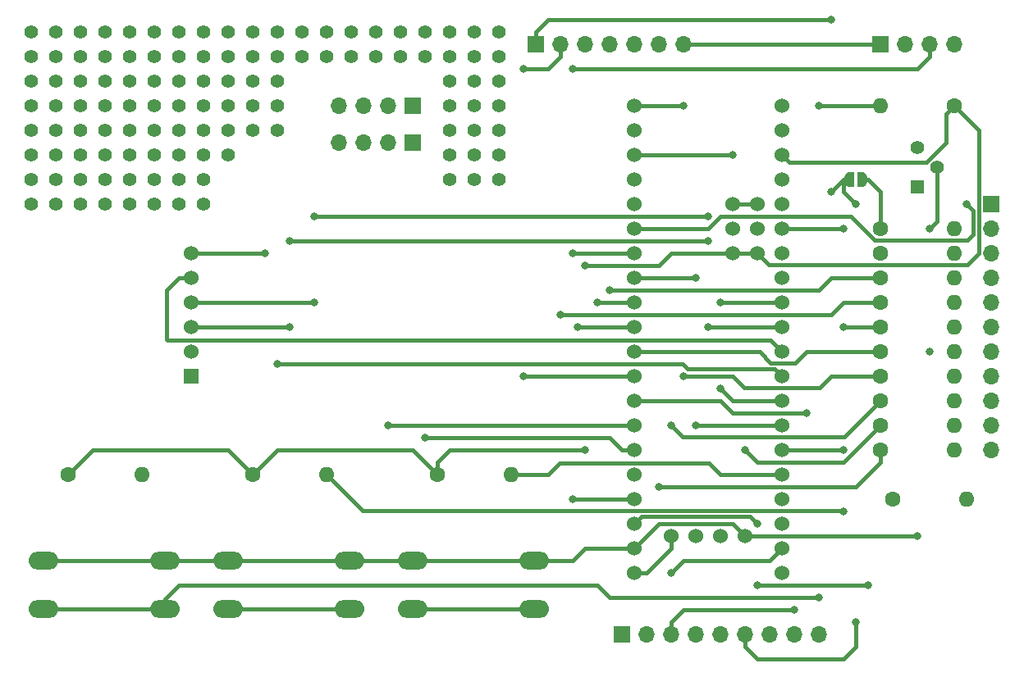
<source format=gbr>
%TF.GenerationSoftware,KiCad,Pcbnew,5.1.6-c6e7f7d~86~ubuntu16.04.1*%
%TF.CreationDate,2020-07-12T04:11:33+01:00*%
%TF.ProjectId,bluepill-pb1,626c7565-7069-46c6-9c2d-7062312e6b69,rev?*%
%TF.SameCoordinates,Original*%
%TF.FileFunction,Copper,L1,Top*%
%TF.FilePolarity,Positive*%
%FSLAX46Y46*%
G04 Gerber Fmt 4.6, Leading zero omitted, Abs format (unit mm)*
G04 Created by KiCad (PCBNEW 5.1.6-c6e7f7d~86~ubuntu16.04.1) date 2020-07-12 04:11:33*
%MOMM*%
%LPD*%
G01*
G04 APERTURE LIST*
%TA.AperFunction,ComponentPad*%
%ADD10O,1.600000X1.600000*%
%TD*%
%TA.AperFunction,ComponentPad*%
%ADD11C,1.600000*%
%TD*%
%TA.AperFunction,ComponentPad*%
%ADD12C,1.524000*%
%TD*%
%TA.AperFunction,ComponentPad*%
%ADD13O,3.048000X1.850000*%
%TD*%
%TA.AperFunction,ComponentPad*%
%ADD14O,1.700000X1.700000*%
%TD*%
%TA.AperFunction,ComponentPad*%
%ADD15R,1.700000X1.700000*%
%TD*%
%TA.AperFunction,ComponentPad*%
%ADD16C,1.397000*%
%TD*%
%TA.AperFunction,ComponentPad*%
%ADD17R,1.397000X1.397000*%
%TD*%
%TA.AperFunction,SMDPad,CuDef*%
%ADD18C,0.100000*%
%TD*%
%TA.AperFunction,ComponentPad*%
%ADD19R,1.524000X1.524000*%
%TD*%
%TA.AperFunction,ViaPad*%
%ADD20C,1.400000*%
%TD*%
%TA.AperFunction,ViaPad*%
%ADD21C,0.800000*%
%TD*%
%TA.AperFunction,Conductor*%
%ADD22C,0.400000*%
%TD*%
G04 APERTURE END LIST*
D10*
%TO.P,R15,2*%
%TO.N,Net-(Q1-Pad2)*%
X175260000Y-106680000D03*
D11*
%TO.P,R15,1*%
%TO.N,Net-(R15-Pad1)*%
X167640000Y-106680000D03*
%TD*%
D12*
%TO.P,U1,5V*%
%TO.N,Net-(J6-Pad1)*%
X140970000Y-109220000D03*
%TO.P,U1,3V3*%
%TO.N,+3V3*%
X151130000Y-81280000D03*
%TO.P,U1,PB2*%
%TO.N,N/C*%
X151130000Y-78740000D03*
%TO.P,U1,G*%
%TO.N,GND*%
X151130000Y-76200000D03*
%TO.P,U1,3V3*%
%TO.N,+3V3*%
X153670000Y-81280000D03*
%TO.P,U1,BOOT*%
%TO.N,N/C*%
X153670000Y-78740000D03*
%TO.P,U1,G*%
%TO.N,GND*%
X153670000Y-76200000D03*
X152400000Y-110490000D03*
%TO.P,U1,PA14*%
%TO.N,N/C*%
X149860000Y-110490000D03*
%TO.P,U1,PA13*%
X147320000Y-110490000D03*
%TO.P,U1,3V3*%
%TO.N,+3V3*%
X144780000Y-110490000D03*
%TO.P,U1,G*%
%TO.N,GND*%
X156210000Y-66040000D03*
X156210000Y-68580000D03*
%TO.P,U1,3V3*%
%TO.N,+3V3*%
X156210000Y-71120000D03*
%TO.P,U1,NRST*%
%TO.N,N/C*%
X156210000Y-73660000D03*
%TO.P,U1,PB11*%
%TO.N,Net-(Q1-Pad1)*%
X156210000Y-76200000D03*
%TO.P,U1,PB10*%
%TO.N,Net-(R8-Pad1)*%
X156210000Y-78740000D03*
%TO.P,U1,PB1*%
%TO.N,Net-(J5-Pad7)*%
X156210000Y-81280000D03*
%TO.P,U1,PB0*%
%TO.N,Net-(J5-Pad6)*%
X156210000Y-83820000D03*
%TO.P,U1,PA7*%
%TO.N,Net-(A1-Pad4)*%
X156210000Y-86360000D03*
%TO.P,U1,PA6*%
%TO.N,Net-(A1-Pad3)*%
X156210000Y-88900000D03*
%TO.P,U1,PA5*%
%TO.N,Net-(A1-Pad5)*%
X156210000Y-91440000D03*
%TO.P,U1,PA4*%
%TO.N,Net-(A1-Pad6)*%
X156210000Y-93980000D03*
%TO.P,U1,PA3*%
%TO.N,Net-(J5-Pad5)*%
X156210000Y-96520000D03*
%TO.P,U1,PA2*%
%TO.N,Net-(J5-Pad4)*%
X156210000Y-99060000D03*
%TO.P,U1,PA1*%
%TO.N,Net-(R2-Pad2)*%
X156210000Y-101600000D03*
%TO.P,U1,PA0*%
%TO.N,Net-(R3-Pad2)*%
X156210000Y-104140000D03*
%TO.P,U1,PC15*%
%TO.N,Net-(R1-Pad2)*%
X156210000Y-106680000D03*
%TO.P,U1,PC14*%
%TO.N,Net-(J5-Pad3)*%
X156210000Y-109220000D03*
%TO.P,U1,PC13*%
%TO.N,Net-(J5-Pad2)*%
X156210000Y-111760000D03*
%TO.P,U1,VBAT*%
%TO.N,N/C*%
X156210000Y-114300000D03*
%TO.P,U1,3V3*%
%TO.N,+3V3*%
X140970000Y-114300000D03*
%TO.P,U1,G*%
%TO.N,GND*%
X140970000Y-111760000D03*
%TO.P,U1,PB9*%
%TO.N,Net-(R7-Pad1)*%
X140970000Y-106680000D03*
%TO.P,U1,PB8*%
%TO.N,Net-(R6-Pad1)*%
X140970000Y-104140000D03*
%TO.P,U1,PB7*%
%TO.N,Net-(J3-Pad1)*%
X140970000Y-101600000D03*
%TO.P,U1,PB6*%
%TO.N,Net-(J3-Pad2)*%
X140970000Y-99060000D03*
%TO.P,U1,PB5*%
%TO.N,Net-(J5-Pad8)*%
X140970000Y-96520000D03*
%TO.P,U1,PB4*%
%TO.N,Net-(J6-Pad2)*%
X140970000Y-93980000D03*
%TO.P,U1,PB3*%
%TO.N,Net-(R15-Pad1)*%
X140970000Y-91440000D03*
%TO.P,U1,PA15*%
%TO.N,Net-(J6-Pad3)*%
X140970000Y-88900000D03*
%TO.P,U1,PA12*%
%TO.N,Net-(J6-Pad4)*%
X140970000Y-86360000D03*
%TO.P,U1,PA11*%
%TO.N,Net-(J6-Pad5)*%
X140970000Y-83820000D03*
%TO.P,U1,PA10*%
%TO.N,Net-(J2-Pad3)*%
X140970000Y-81280000D03*
%TO.P,U1,PA9*%
%TO.N,Net-(J2-Pad2)*%
X140970000Y-78740000D03*
%TO.P,U1,PA8*%
%TO.N,Net-(J6-Pad6)*%
X140970000Y-76200000D03*
%TO.P,U1,PB15*%
%TO.N,Net-(R13-Pad1)*%
X140970000Y-73660000D03*
%TO.P,U1,PB14*%
%TO.N,Net-(R12-Pad1)*%
X140970000Y-71120000D03*
%TO.P,U1,PB13*%
%TO.N,Net-(R11-Pad1)*%
X140970000Y-68580000D03*
%TO.P,U1,PB12*%
%TO.N,Net-(R10-Pad1)*%
X140970000Y-66040000D03*
%TD*%
D13*
%TO.P,SW2,2*%
%TO.N,Net-(R2-Pad2)*%
X99060000Y-118030000D03*
%TO.P,SW2,1*%
%TO.N,GND*%
X99060000Y-113030000D03*
%TO.P,SW2,2*%
%TO.N,Net-(R2-Pad2)*%
X111560000Y-118030000D03*
%TO.P,SW2,1*%
%TO.N,GND*%
X111560000Y-113030000D03*
%TD*%
D14*
%TO.P,J6,7*%
%TO.N,GND*%
X146050000Y-59690000D03*
%TO.P,J6,6*%
%TO.N,Net-(J6-Pad6)*%
X143510000Y-59690000D03*
%TO.P,J6,5*%
%TO.N,Net-(J6-Pad5)*%
X140970000Y-59690000D03*
%TO.P,J6,4*%
%TO.N,Net-(J6-Pad4)*%
X138430000Y-59690000D03*
%TO.P,J6,3*%
%TO.N,Net-(J6-Pad3)*%
X135890000Y-59690000D03*
%TO.P,J6,2*%
%TO.N,Net-(J6-Pad2)*%
X133350000Y-59690000D03*
D15*
%TO.P,J6,1*%
%TO.N,Net-(J6-Pad1)*%
X130810000Y-59690000D03*
%TD*%
D14*
%TO.P,J5,9*%
%TO.N,GND*%
X160020000Y-120650000D03*
%TO.P,J5,8*%
%TO.N,Net-(J5-Pad8)*%
X157480000Y-120650000D03*
%TO.P,J5,7*%
%TO.N,Net-(J5-Pad7)*%
X154940000Y-120650000D03*
%TO.P,J5,6*%
%TO.N,Net-(J5-Pad6)*%
X152400000Y-120650000D03*
%TO.P,J5,5*%
%TO.N,Net-(J5-Pad5)*%
X149860000Y-120650000D03*
%TO.P,J5,4*%
%TO.N,Net-(J5-Pad4)*%
X147320000Y-120650000D03*
%TO.P,J5,3*%
%TO.N,Net-(J5-Pad3)*%
X144780000Y-120650000D03*
%TO.P,J5,2*%
%TO.N,Net-(J5-Pad2)*%
X142240000Y-120650000D03*
D15*
%TO.P,J5,1*%
%TO.N,+3V3*%
X139700000Y-120650000D03*
%TD*%
D10*
%TO.P,R14,2*%
%TO.N,Net-(Q1-Pad1)*%
X166370000Y-66040000D03*
D11*
%TO.P,R14,1*%
%TO.N,+3V3*%
X173990000Y-66040000D03*
%TD*%
D16*
%TO.P,Q1,1*%
%TO.N,Net-(Q1-Pad1)*%
X170180000Y-70358000D03*
%TO.P,Q1,2*%
%TO.N,Net-(Q1-Pad2)*%
X172212000Y-72390000D03*
D17*
%TO.P,Q1,3*%
%TO.N,GND*%
X170180000Y-74422000D03*
%TD*%
D14*
%TO.P,J4,4*%
%TO.N,+3V3*%
X110490000Y-66040000D03*
%TO.P,J4,3*%
%TO.N,GND*%
X113030000Y-66040000D03*
%TO.P,J4,2*%
%TO.N,Net-(J3-Pad2)*%
X115570000Y-66040000D03*
D15*
%TO.P,J4,1*%
%TO.N,Net-(J3-Pad1)*%
X118110000Y-66040000D03*
%TD*%
D14*
%TO.P,J2,4*%
%TO.N,+3V3*%
X173990000Y-59690000D03*
%TO.P,J2,3*%
%TO.N,Net-(J2-Pad3)*%
X171450000Y-59690000D03*
%TO.P,J2,2*%
%TO.N,Net-(J2-Pad2)*%
X168910000Y-59690000D03*
D15*
%TO.P,J2,1*%
%TO.N,GND*%
X166370000Y-59690000D03*
%TD*%
D14*
%TO.P,J1,11*%
%TO.N,Net-(J1-Pad11)*%
X177800000Y-101600000D03*
%TO.P,J1,10*%
%TO.N,Net-(J1-Pad10)*%
X177800000Y-99060000D03*
%TO.P,J1,9*%
%TO.N,Net-(J1-Pad9)*%
X177800000Y-96520000D03*
%TO.P,J1,8*%
%TO.N,Net-(J1-Pad8)*%
X177800000Y-93980000D03*
%TO.P,J1,7*%
%TO.N,Net-(J1-Pad7)*%
X177800000Y-91440000D03*
%TO.P,J1,6*%
%TO.N,Net-(J1-Pad6)*%
X177800000Y-88900000D03*
%TO.P,J1,5*%
%TO.N,Net-(J1-Pad5)*%
X177800000Y-86360000D03*
%TO.P,J1,4*%
%TO.N,Net-(J1-Pad4)*%
X177800000Y-83820000D03*
%TO.P,J1,3*%
%TO.N,Net-(J1-Pad3)*%
X177800000Y-81280000D03*
%TO.P,J1,2*%
%TO.N,Net-(J1-Pad2)*%
X177800000Y-78740000D03*
D15*
%TO.P,J1,1*%
%TO.N,N/C*%
X177800000Y-76200000D03*
%TD*%
%TA.AperFunction,SMDPad,CuDef*%
D18*
%TO.P,JP1,2*%
%TO.N,Net-(J6-Pad1)*%
G36*
X163180000Y-74409398D02*
G01*
X163155466Y-74409398D01*
X163106635Y-74404588D01*
X163058510Y-74395016D01*
X163011555Y-74380772D01*
X162966222Y-74361995D01*
X162922949Y-74338864D01*
X162882150Y-74311604D01*
X162844221Y-74280476D01*
X162809524Y-74245779D01*
X162778396Y-74207850D01*
X162751136Y-74167051D01*
X162728005Y-74123778D01*
X162709228Y-74078445D01*
X162694984Y-74031490D01*
X162685412Y-73983365D01*
X162680602Y-73934534D01*
X162680602Y-73910000D01*
X162680000Y-73910000D01*
X162680000Y-73410000D01*
X162680602Y-73410000D01*
X162680602Y-73385466D01*
X162685412Y-73336635D01*
X162694984Y-73288510D01*
X162709228Y-73241555D01*
X162728005Y-73196222D01*
X162751136Y-73152949D01*
X162778396Y-73112150D01*
X162809524Y-73074221D01*
X162844221Y-73039524D01*
X162882150Y-73008396D01*
X162922949Y-72981136D01*
X162966222Y-72958005D01*
X163011555Y-72939228D01*
X163058510Y-72924984D01*
X163106635Y-72915412D01*
X163155466Y-72910602D01*
X163180000Y-72910602D01*
X163180000Y-72910000D01*
X163680000Y-72910000D01*
X163680000Y-74410000D01*
X163180000Y-74410000D01*
X163180000Y-74409398D01*
G37*
%TD.AperFunction*%
%TA.AperFunction,SMDPad,CuDef*%
%TO.P,JP1,1*%
%TO.N,Net-(JP1-Pad1)*%
G36*
X163980000Y-72910000D02*
G01*
X164480000Y-72910000D01*
X164480000Y-72910602D01*
X164504534Y-72910602D01*
X164553365Y-72915412D01*
X164601490Y-72924984D01*
X164648445Y-72939228D01*
X164693778Y-72958005D01*
X164737051Y-72981136D01*
X164777850Y-73008396D01*
X164815779Y-73039524D01*
X164850476Y-73074221D01*
X164881604Y-73112150D01*
X164908864Y-73152949D01*
X164931995Y-73196222D01*
X164950772Y-73241555D01*
X164965016Y-73288510D01*
X164974588Y-73336635D01*
X164979398Y-73385466D01*
X164979398Y-73410000D01*
X164980000Y-73410000D01*
X164980000Y-73910000D01*
X164979398Y-73910000D01*
X164979398Y-73934534D01*
X164974588Y-73983365D01*
X164965016Y-74031490D01*
X164950772Y-74078445D01*
X164931995Y-74123778D01*
X164908864Y-74167051D01*
X164881604Y-74207850D01*
X164850476Y-74245779D01*
X164815779Y-74280476D01*
X164777850Y-74311604D01*
X164737051Y-74338864D01*
X164693778Y-74361995D01*
X164648445Y-74380772D01*
X164601490Y-74395016D01*
X164553365Y-74404588D01*
X164504534Y-74409398D01*
X164480000Y-74409398D01*
X164480000Y-74410000D01*
X163980000Y-74410000D01*
X163980000Y-72910000D01*
G37*
%TD.AperFunction*%
%TD*%
D10*
%TO.P,R13,2*%
%TO.N,Net-(J1-Pad11)*%
X173990000Y-101600000D03*
D11*
%TO.P,R13,1*%
%TO.N,Net-(R13-Pad1)*%
X166370000Y-101600000D03*
%TD*%
D10*
%TO.P,R12,2*%
%TO.N,Net-(J1-Pad10)*%
X173990000Y-99060000D03*
D11*
%TO.P,R12,1*%
%TO.N,Net-(R12-Pad1)*%
X166370000Y-99060000D03*
%TD*%
D10*
%TO.P,R11,2*%
%TO.N,Net-(J1-Pad9)*%
X173990000Y-96520000D03*
D11*
%TO.P,R11,1*%
%TO.N,Net-(R11-Pad1)*%
X166370000Y-96520000D03*
%TD*%
D10*
%TO.P,R10,2*%
%TO.N,Net-(J1-Pad8)*%
X173990000Y-93980000D03*
D11*
%TO.P,R10,1*%
%TO.N,Net-(R10-Pad1)*%
X166370000Y-93980000D03*
%TD*%
D10*
%TO.P,R9,2*%
%TO.N,Net-(J1-Pad7)*%
X173990000Y-91440000D03*
D11*
%TO.P,R9,1*%
%TO.N,Net-(R15-Pad1)*%
X166370000Y-91440000D03*
%TD*%
D10*
%TO.P,R8,2*%
%TO.N,Net-(J1-Pad6)*%
X173990000Y-88900000D03*
D11*
%TO.P,R8,1*%
%TO.N,Net-(R8-Pad1)*%
X166370000Y-88900000D03*
%TD*%
D10*
%TO.P,R7,2*%
%TO.N,Net-(J1-Pad5)*%
X173990000Y-86360000D03*
D11*
%TO.P,R7,1*%
%TO.N,Net-(R7-Pad1)*%
X166370000Y-86360000D03*
%TD*%
D10*
%TO.P,R6,2*%
%TO.N,Net-(J1-Pad4)*%
X173990000Y-83820000D03*
D11*
%TO.P,R6,1*%
%TO.N,Net-(R6-Pad1)*%
X166370000Y-83820000D03*
%TD*%
D10*
%TO.P,R5,2*%
%TO.N,Net-(J1-Pad3)*%
X173990000Y-81280000D03*
D11*
%TO.P,R5,1*%
%TO.N,GND*%
X166370000Y-81280000D03*
%TD*%
D10*
%TO.P,R4,2*%
%TO.N,Net-(J1-Pad2)*%
X173990000Y-78740000D03*
D11*
%TO.P,R4,1*%
%TO.N,Net-(JP1-Pad1)*%
X166370000Y-78740000D03*
%TD*%
D13*
%TO.P,SW3,2*%
%TO.N,Net-(R3-Pad2)*%
X118110000Y-118030000D03*
%TO.P,SW3,1*%
%TO.N,GND*%
X118110000Y-113030000D03*
%TO.P,SW3,2*%
%TO.N,Net-(R3-Pad2)*%
X130610000Y-118030000D03*
%TO.P,SW3,1*%
%TO.N,GND*%
X130610000Y-113030000D03*
%TD*%
%TO.P,SW1,2*%
%TO.N,Net-(R1-Pad2)*%
X80010000Y-118030000D03*
%TO.P,SW1,1*%
%TO.N,GND*%
X80010000Y-113030000D03*
%TO.P,SW1,2*%
%TO.N,Net-(R1-Pad2)*%
X92510000Y-118030000D03*
%TO.P,SW1,1*%
%TO.N,GND*%
X92510000Y-113030000D03*
%TD*%
D10*
%TO.P,R3,2*%
%TO.N,Net-(R3-Pad2)*%
X128270000Y-104140000D03*
D11*
%TO.P,R3,1*%
%TO.N,+3V3*%
X120650000Y-104140000D03*
%TD*%
D10*
%TO.P,R2,2*%
%TO.N,Net-(R2-Pad2)*%
X109220000Y-104140000D03*
D11*
%TO.P,R2,1*%
%TO.N,+3V3*%
X101600000Y-104140000D03*
%TD*%
D10*
%TO.P,R1,2*%
%TO.N,Net-(R1-Pad2)*%
X90170000Y-104140000D03*
D11*
%TO.P,R1,1*%
%TO.N,+3V3*%
X82550000Y-104140000D03*
%TD*%
D14*
%TO.P,J3,4*%
%TO.N,GND*%
X110490000Y-69850000D03*
%TO.P,J3,3*%
%TO.N,+3V3*%
X113030000Y-69850000D03*
%TO.P,J3,2*%
%TO.N,Net-(J3-Pad2)*%
X115570000Y-69850000D03*
D15*
%TO.P,J3,1*%
%TO.N,Net-(J3-Pad1)*%
X118110000Y-69850000D03*
%TD*%
D12*
%TO.P,A1,6*%
%TO.N,Net-(A1-Pad6)*%
X95250000Y-81280000D03*
%TO.P,A1,5*%
%TO.N,Net-(A1-Pad5)*%
X95250000Y-83820000D03*
%TO.P,A1,4*%
%TO.N,Net-(A1-Pad4)*%
X95250000Y-86360000D03*
%TO.P,A1,3*%
%TO.N,Net-(A1-Pad3)*%
X95250000Y-88900000D03*
%TO.P,A1,2*%
%TO.N,+3V3*%
X95250000Y-91440000D03*
D19*
%TO.P,A1,1*%
%TO.N,GND*%
X95250000Y-93980000D03*
%TD*%
D20*
%TO.N,*%
X78740000Y-58420000D03*
X78740000Y-60960000D03*
X78740000Y-63500000D03*
X78740000Y-66040000D03*
X78740000Y-68580000D03*
X78740000Y-71120000D03*
X78740000Y-73660000D03*
X78740000Y-76200000D03*
X81280000Y-76200000D03*
X81280000Y-73660000D03*
X81280000Y-71120000D03*
X81280000Y-68580000D03*
X81280000Y-66040000D03*
X81280000Y-63500000D03*
X81280000Y-60960000D03*
X81280000Y-58420000D03*
X83820000Y-58420000D03*
X83820000Y-60960000D03*
X83820000Y-63500000D03*
X83820000Y-66040000D03*
X83820000Y-68580000D03*
X83820000Y-71120000D03*
X83820000Y-73660000D03*
X83820000Y-76200000D03*
X86360000Y-76200000D03*
X86360000Y-73660000D03*
X86360000Y-71120000D03*
X86360000Y-68580000D03*
X86360000Y-66040000D03*
X86360000Y-63500000D03*
X86360000Y-60960000D03*
X86360000Y-58420000D03*
X88900000Y-58420000D03*
X88900000Y-60960000D03*
X88900000Y-63500000D03*
X88900000Y-66040000D03*
X88900000Y-68580000D03*
X88900000Y-71120000D03*
X88900000Y-73660000D03*
X88900000Y-76200000D03*
X91440000Y-76200000D03*
X91440000Y-73660000D03*
X91440000Y-71120000D03*
X91440000Y-68580000D03*
X91440000Y-66040000D03*
X91440000Y-63500000D03*
X91440000Y-60960000D03*
X91440000Y-58420000D03*
X93980000Y-58420000D03*
X93980000Y-60960000D03*
X93980000Y-63500000D03*
X93980000Y-66040000D03*
X93980000Y-68580000D03*
X93980000Y-71120000D03*
X93980000Y-73660000D03*
X93980000Y-76200000D03*
X96520000Y-76200000D03*
X96520000Y-73660000D03*
X96520000Y-71120000D03*
X96520000Y-68580000D03*
X96520000Y-66040000D03*
X96520000Y-63500000D03*
X96520000Y-60960000D03*
X96520000Y-58420000D03*
X99060000Y-58420000D03*
X99060000Y-60960000D03*
X99060000Y-63500000D03*
X99060000Y-66040000D03*
X99060000Y-68580000D03*
X99060000Y-71120000D03*
X101600000Y-58420000D03*
X101600000Y-60960000D03*
X104140000Y-60960000D03*
X104140000Y-58420000D03*
X106680000Y-58420000D03*
X106680000Y-60960000D03*
X109220000Y-60960000D03*
X109220000Y-58420000D03*
X111760000Y-58420000D03*
X111760000Y-60960000D03*
X114300000Y-60960000D03*
X114300000Y-58420000D03*
X116840000Y-58420000D03*
X116840000Y-60960000D03*
X119380000Y-60960000D03*
X119380000Y-58420000D03*
X121920000Y-58420000D03*
X121920000Y-60960000D03*
X124460000Y-60960000D03*
X124460000Y-58420000D03*
X101600000Y-63500000D03*
X101600000Y-66040000D03*
X101600000Y-68580000D03*
X104140000Y-68580000D03*
X104140000Y-66040000D03*
X104140000Y-63500000D03*
X124460000Y-63500000D03*
X127000000Y-63500000D03*
X121920000Y-63500000D03*
X121920000Y-66040000D03*
X124460000Y-66040000D03*
X127000000Y-66040000D03*
X127000000Y-60960000D03*
X127000000Y-58420000D03*
X121920000Y-68580000D03*
X124460000Y-68580000D03*
X127000000Y-68580000D03*
X127000000Y-71120000D03*
X121920000Y-71120000D03*
X124460000Y-71120000D03*
X121920000Y-73660000D03*
X124460000Y-73660000D03*
X127000000Y-73660000D03*
D21*
%TO.N,Net-(A1-Pad6)*%
X104140000Y-92710000D03*
X102870000Y-81280000D03*
%TO.N,Net-(A1-Pad4)*%
X149860000Y-86360000D03*
X148590000Y-77470000D03*
X107950000Y-77470000D03*
X107950000Y-86360000D03*
%TO.N,Net-(A1-Pad3)*%
X148590000Y-88900000D03*
X105410000Y-80010000D03*
X105410000Y-88900000D03*
X148590000Y-80010000D03*
%TO.N,Net-(J2-Pad3)*%
X134620000Y-62230000D03*
X134620000Y-81280000D03*
%TO.N,Net-(J2-Pad2)*%
X175260000Y-76200000D03*
%TO.N,+3V3*%
X135890000Y-101600000D03*
X135890000Y-82550000D03*
%TO.N,GND*%
X170180000Y-110490000D03*
%TO.N,Net-(R1-Pad2)*%
X160020000Y-116840000D03*
%TO.N,Net-(R2-Pad2)*%
X162560000Y-107950000D03*
X162560000Y-101600000D03*
%TO.N,Net-(J3-Pad2)*%
X115570000Y-99060000D03*
%TO.N,Net-(J3-Pad1)*%
X119380000Y-100330000D03*
%TO.N,Net-(R6-Pad1)*%
X138430000Y-85090000D03*
%TO.N,Net-(R7-Pad1)*%
X133350000Y-87630000D03*
X134620000Y-106680000D03*
%TO.N,Net-(R8-Pad1)*%
X162560000Y-78740000D03*
X162560000Y-88900000D03*
%TO.N,Net-(R10-Pad1)*%
X146050000Y-66040000D03*
X146050000Y-93980000D03*
%TO.N,Net-(R11-Pad1)*%
X144780000Y-99060000D03*
%TO.N,Net-(R12-Pad1)*%
X152400000Y-101600000D03*
X151130000Y-71120000D03*
%TO.N,Net-(R13-Pad1)*%
X143510000Y-105410000D03*
%TO.N,Net-(J5-Pad8)*%
X158750000Y-97790000D03*
%TO.N,Net-(J5-Pad6)*%
X163830000Y-119380000D03*
%TO.N,Net-(J5-Pad5)*%
X149860000Y-95250000D03*
%TO.N,Net-(J5-Pad4)*%
X147320000Y-99060000D03*
%TO.N,Net-(J5-Pad3)*%
X157480000Y-118110000D03*
%TO.N,Net-(J5-Pad2)*%
X144780000Y-114300000D03*
%TO.N,Net-(J6-Pad5)*%
X147320000Y-83820000D03*
%TO.N,Net-(J6-Pad4)*%
X137160000Y-86360000D03*
%TO.N,Net-(J6-Pad3)*%
X135090000Y-88900000D03*
%TO.N,Net-(J6-Pad2)*%
X129540000Y-93980000D03*
X129540000Y-62230000D03*
%TO.N,Net-(J6-Pad1)*%
X153670000Y-109220000D03*
X153670000Y-115570000D03*
X165100000Y-115570000D03*
X163830000Y-76200000D03*
X161290000Y-57150000D03*
X161290000Y-74930000D03*
%TO.N,Net-(Q1-Pad1)*%
X160020000Y-66040000D03*
%TO.N,Net-(Q1-Pad2)*%
X171450000Y-78740000D03*
X171450000Y-91440000D03*
%TD*%
D22*
%TO.N,Net-(A1-Pad6)*%
X102870000Y-81280000D02*
X95250000Y-81280000D01*
X145964002Y-92710000D02*
X104140000Y-92710000D01*
X146472003Y-93218001D02*
X145964002Y-92710000D01*
X155448001Y-93218001D02*
X146472003Y-93218001D01*
X156210000Y-93980000D02*
X155448001Y-93218001D01*
%TO.N,Net-(A1-Pad5)*%
X155047999Y-90277999D02*
X92817999Y-90277999D01*
X156210000Y-91440000D02*
X155047999Y-90277999D01*
X92817999Y-90277999D02*
X92710000Y-90170000D01*
X92710000Y-90170000D02*
X92710000Y-85090000D01*
X93980000Y-83820000D02*
X95250000Y-83820000D01*
X92710000Y-85090000D02*
X93980000Y-83820000D01*
%TO.N,Net-(A1-Pad4)*%
X106680000Y-86360000D02*
X95250000Y-86360000D01*
X156210000Y-86360000D02*
X149860000Y-86360000D01*
X148590000Y-77470000D02*
X107950000Y-77470000D01*
X107950000Y-86360000D02*
X106680000Y-86360000D01*
%TO.N,Net-(A1-Pad3)*%
X156210000Y-88900000D02*
X148590000Y-88900000D01*
X147320000Y-80010000D02*
X105410000Y-80010000D01*
X105410000Y-88900000D02*
X95250000Y-88900000D01*
X147320000Y-80010000D02*
X148590000Y-80010000D01*
%TO.N,Net-(J2-Pad3)*%
X171450000Y-59690000D02*
X171450000Y-60960000D01*
X170180000Y-62230000D02*
X134620000Y-62230000D01*
X171450000Y-60960000D02*
X170180000Y-62230000D01*
X140970000Y-81280000D02*
X134620000Y-81280000D01*
%TO.N,Net-(J2-Pad2)*%
X140970000Y-78740000D02*
X148590000Y-78740000D01*
X175329999Y-79940001D02*
X175929990Y-79340010D01*
X148590000Y-78740000D02*
X149860000Y-77470000D01*
X163323998Y-77470000D02*
X165793999Y-79940001D01*
X165793999Y-79940001D02*
X175329999Y-79940001D01*
X149860000Y-77470000D02*
X163323998Y-77470000D01*
X175929990Y-79340010D02*
X175929990Y-76869990D01*
X175929990Y-76869990D02*
X175260000Y-76200000D01*
%TO.N,+3V3*%
X82550000Y-104140000D02*
X85090000Y-101600000D01*
X85090000Y-101600000D02*
X99060000Y-101600000D01*
X99060000Y-101600000D02*
X101600000Y-104140000D01*
X101600000Y-104140000D02*
X104140000Y-101600000D01*
X104140000Y-101600000D02*
X118110000Y-101600000D01*
X118110000Y-101600000D02*
X120650000Y-104140000D01*
X120650000Y-104140000D02*
X120650000Y-102870000D01*
X120650000Y-102870000D02*
X121920000Y-101600000D01*
X121920000Y-101600000D02*
X135890000Y-101600000D01*
X153670000Y-81280000D02*
X151130000Y-81280000D01*
X144780000Y-110490000D02*
X144780000Y-111760000D01*
X142240000Y-114300000D02*
X140970000Y-114300000D01*
X144780000Y-111760000D02*
X142240000Y-114300000D01*
X156971999Y-71881999D02*
X171094219Y-71881999D01*
X171094219Y-71881999D02*
X173126218Y-69850000D01*
X156210000Y-71120000D02*
X156971999Y-71881999D01*
X173126218Y-66903782D02*
X173990000Y-66040000D01*
X173126218Y-69850000D02*
X173126218Y-66903782D01*
X154870001Y-82480001D02*
X175329999Y-82480001D01*
X153670000Y-81280000D02*
X154870001Y-82480001D01*
X175329999Y-82480001D02*
X176530000Y-81280000D01*
X176530000Y-68580000D02*
X173990000Y-66040000D01*
X176530000Y-81280000D02*
X176530000Y-68580000D01*
X151130000Y-81280000D02*
X144780000Y-81280000D01*
X144780000Y-81280000D02*
X143510000Y-82550000D01*
X143510000Y-82550000D02*
X135890000Y-82550000D01*
%TO.N,GND*%
X157480000Y-59690000D02*
X166370000Y-59690000D01*
X80010000Y-113030000D02*
X92510000Y-113030000D01*
X92510000Y-113030000D02*
X99060000Y-113030000D01*
X99060000Y-113030000D02*
X111560000Y-113030000D01*
X111560000Y-113030000D02*
X118110000Y-113030000D01*
X118110000Y-113030000D02*
X130610000Y-113030000D01*
X130610000Y-113030000D02*
X134620000Y-113030000D01*
X135890000Y-111760000D02*
X140970000Y-111760000D01*
X134620000Y-113030000D02*
X135890000Y-111760000D01*
X153670000Y-76200000D02*
X151130000Y-76200000D01*
X170180000Y-110490000D02*
X152400000Y-110490000D01*
X152400000Y-110490000D02*
X151130000Y-109220000D01*
X151130000Y-109220000D02*
X143510000Y-109220000D01*
X143510000Y-109220000D02*
X140970000Y-111760000D01*
X146050000Y-59690000D02*
X157480000Y-59690000D01*
%TO.N,Net-(R1-Pad2)*%
X92510000Y-118030000D02*
X92790000Y-118030000D01*
X80010000Y-118030000D02*
X92510000Y-118030000D01*
X92510000Y-118030000D02*
X92510000Y-117040000D01*
X92510000Y-117040000D02*
X93980000Y-115570000D01*
X93980000Y-115570000D02*
X137160000Y-115570000D01*
X137160000Y-115570000D02*
X138430000Y-116840000D01*
X138430000Y-116840000D02*
X160020000Y-116840000D01*
%TO.N,Net-(R2-Pad2)*%
X99060000Y-118030000D02*
X111560000Y-118030000D01*
X109220000Y-104140000D02*
X110420001Y-105340001D01*
X162452001Y-107842001D02*
X162560000Y-107950000D01*
X112922001Y-107842001D02*
X162452001Y-107842001D01*
X110420001Y-105340001D02*
X112922001Y-107842001D01*
X162560000Y-101600000D02*
X156210000Y-101600000D01*
%TO.N,Net-(R3-Pad2)*%
X118110000Y-118030000D02*
X130610000Y-118030000D01*
X156210000Y-104140000D02*
X149860000Y-104140000D01*
X148697999Y-102977999D02*
X133242001Y-102977999D01*
X149860000Y-104140000D02*
X148697999Y-102977999D01*
X132080000Y-104140000D02*
X128270000Y-104140000D01*
X133242001Y-102977999D02*
X132080000Y-104140000D01*
%TO.N,Net-(J3-Pad2)*%
X140970000Y-99060000D02*
X115570000Y-99060000D01*
%TO.N,Net-(J3-Pad1)*%
X140970000Y-101600000D02*
X139700000Y-101600000D01*
X138430000Y-100330000D02*
X119380000Y-100330000D01*
X139700000Y-101600000D02*
X138430000Y-100330000D01*
%TO.N,Net-(JP1-Pad1)*%
X164480000Y-73660000D02*
X165100000Y-73660000D01*
X166370000Y-74930000D02*
X166370000Y-78740000D01*
X165100000Y-73660000D02*
X166370000Y-74930000D01*
%TO.N,Net-(R6-Pad1)*%
X166370000Y-83820000D02*
X161290000Y-83820000D01*
X160020000Y-85090000D02*
X138430000Y-85090000D01*
X161290000Y-83820000D02*
X160020000Y-85090000D01*
%TO.N,Net-(R7-Pad1)*%
X166370000Y-86360000D02*
X162560000Y-86360000D01*
X161290000Y-87630000D02*
X133350000Y-87630000D01*
X162560000Y-86360000D02*
X161290000Y-87630000D01*
X134620000Y-106680000D02*
X140970000Y-106680000D01*
%TO.N,Net-(R8-Pad1)*%
X156210000Y-78740000D02*
X162560000Y-78740000D01*
X162560000Y-88900000D02*
X166370000Y-88900000D01*
%TO.N,Net-(R10-Pad1)*%
X140970000Y-66040000D02*
X146050000Y-66040000D01*
X146050000Y-93980000D02*
X151130000Y-93980000D01*
X152292001Y-95142001D02*
X160127999Y-95142001D01*
X151130000Y-93980000D02*
X152292001Y-95142001D01*
X161290000Y-93980000D02*
X166370000Y-93980000D01*
X160127999Y-95142001D02*
X161290000Y-93980000D01*
%TO.N,Net-(R11-Pad1)*%
X145942001Y-100222001D02*
X144780000Y-99060000D01*
X162667999Y-100222001D02*
X145942001Y-100222001D01*
X166370000Y-96520000D02*
X162667999Y-100222001D01*
%TO.N,Net-(R12-Pad1)*%
X166370000Y-99060000D02*
X162560000Y-102870000D01*
X153670000Y-102870000D02*
X152400000Y-101600000D01*
X162560000Y-102870000D02*
X153670000Y-102870000D01*
X151130000Y-71120000D02*
X140970000Y-71120000D01*
%TO.N,Net-(R13-Pad1)*%
X166370000Y-101600000D02*
X166370000Y-102870000D01*
X163830000Y-105410000D02*
X143510000Y-105410000D01*
X166370000Y-102870000D02*
X163830000Y-105410000D01*
%TO.N,Net-(J5-Pad8)*%
X140970000Y-96520000D02*
X149860000Y-96520000D01*
X149860000Y-96520000D02*
X151130000Y-97790000D01*
X151130000Y-97790000D02*
X158750000Y-97790000D01*
%TO.N,Net-(J5-Pad6)*%
X163830000Y-119380000D02*
X163830000Y-121920000D01*
X163830000Y-121920000D02*
X162560000Y-123190000D01*
X162560000Y-123190000D02*
X153670000Y-123190000D01*
X152400000Y-121920000D02*
X152400000Y-120650000D01*
X153670000Y-123190000D02*
X152400000Y-121920000D01*
%TO.N,Net-(J5-Pad5)*%
X156210000Y-96520000D02*
X151130000Y-96520000D01*
X151130000Y-96520000D02*
X149860000Y-95250000D01*
%TO.N,Net-(J5-Pad4)*%
X156210000Y-99060000D02*
X147320000Y-99060000D01*
%TO.N,Net-(J5-Pad3)*%
X157480000Y-118110000D02*
X146050000Y-118110000D01*
X144780000Y-119380000D02*
X144780000Y-120650000D01*
X146050000Y-118110000D02*
X144780000Y-119380000D01*
%TO.N,Net-(J5-Pad2)*%
X144780000Y-114300000D02*
X146050000Y-113030000D01*
X154940000Y-113030000D02*
X156210000Y-111760000D01*
X146050000Y-113030000D02*
X154940000Y-113030000D01*
%TO.N,Net-(J6-Pad5)*%
X140970000Y-83820000D02*
X147320000Y-83820000D01*
%TO.N,Net-(J6-Pad4)*%
X140970000Y-86360000D02*
X137160000Y-86360000D01*
%TO.N,Net-(J6-Pad3)*%
X140970000Y-88900000D02*
X135090000Y-88900000D01*
%TO.N,Net-(J6-Pad2)*%
X140970000Y-93980000D02*
X129540000Y-93980000D01*
X129540000Y-62230000D02*
X132080000Y-62230000D01*
X133350000Y-60960000D02*
X133350000Y-59690000D01*
X132080000Y-62230000D02*
X133350000Y-60960000D01*
%TO.N,Net-(J6-Pad1)*%
X152908001Y-108458001D02*
X153670000Y-109220000D01*
X141731999Y-108458001D02*
X152908001Y-108458001D01*
X140970000Y-109220000D02*
X141731999Y-108458001D01*
X153670000Y-115570000D02*
X165100000Y-115570000D01*
X163830000Y-76200000D02*
X162560000Y-74930000D01*
X162560000Y-74930000D02*
X162560000Y-73660000D01*
X130810000Y-59690000D02*
X130810000Y-58420000D01*
X132080000Y-57150000D02*
X161290000Y-57150000D01*
X130810000Y-58420000D02*
X132080000Y-57150000D01*
X161290000Y-74930000D02*
X162560000Y-73660000D01*
X162560000Y-73660000D02*
X163180000Y-73660000D01*
%TO.N,Net-(Q1-Pad1)*%
X166370000Y-66040000D02*
X160020000Y-66040000D01*
%TO.N,Net-(Q1-Pad2)*%
X172212000Y-77978000D02*
X171450000Y-78740000D01*
X172212000Y-72390000D02*
X172212000Y-77978000D01*
%TO.N,Net-(R15-Pad1)*%
X166370000Y-91440000D02*
X158750000Y-91440000D01*
X158750000Y-91440000D02*
X157587999Y-92602001D01*
X153885998Y-91440000D02*
X140970000Y-91440000D01*
X155047999Y-92602001D02*
X153885998Y-91440000D01*
X157587999Y-92602001D02*
X155047999Y-92602001D01*
%TD*%
M02*

</source>
